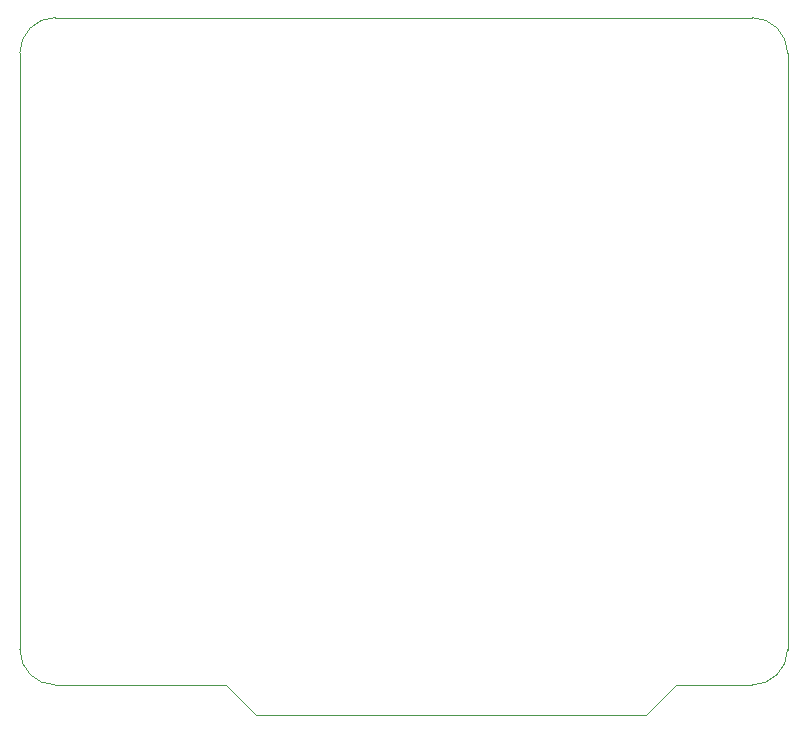
<source format=gbr>
%TF.GenerationSoftware,KiCad,Pcbnew,8.0.0*%
%TF.CreationDate,2024-04-26T11:05:52+02:00*%
%TF.ProjectId,mender-shield,6d656e64-6572-42d7-9368-69656c642e6b,rev?*%
%TF.SameCoordinates,Original*%
%TF.FileFunction,Profile,NP*%
%FSLAX46Y46*%
G04 Gerber Fmt 4.6, Leading zero omitted, Abs format (unit mm)*
G04 Created by KiCad (PCBNEW 8.0.0) date 2024-04-26 11:05:52*
%MOMM*%
%LPD*%
G01*
G04 APERTURE LIST*
%TA.AperFunction,Profile*%
%ADD10C,0.100000*%
%TD*%
G04 APERTURE END LIST*
D10*
X93230000Y-69100000D02*
G75*
G02*
X96230000Y-66100000I2999998J2D01*
G01*
X155230000Y-66100000D02*
G75*
G02*
X158229999Y-69100000I1J-2999998D01*
G01*
X158230000Y-119600000D02*
G75*
G02*
X155230000Y-122600000I-2999999J-1D01*
G01*
X96230000Y-122600000D02*
G75*
G02*
X93229999Y-119600000I-2J2999999D01*
G01*
X96230000Y-66100000D02*
X155230000Y-66100000D01*
X158230000Y-69100000D02*
X158230000Y-119600000D01*
X148800000Y-122600000D02*
X155230000Y-122600000D01*
X146260000Y-125140000D02*
X148800000Y-122600000D01*
X113240000Y-125140000D02*
X146260000Y-125140000D01*
X110700000Y-122600000D02*
X113240000Y-125140000D01*
X96230000Y-122600000D02*
X110700000Y-122600000D01*
X93230000Y-69100000D02*
X93230000Y-119600000D01*
M02*

</source>
